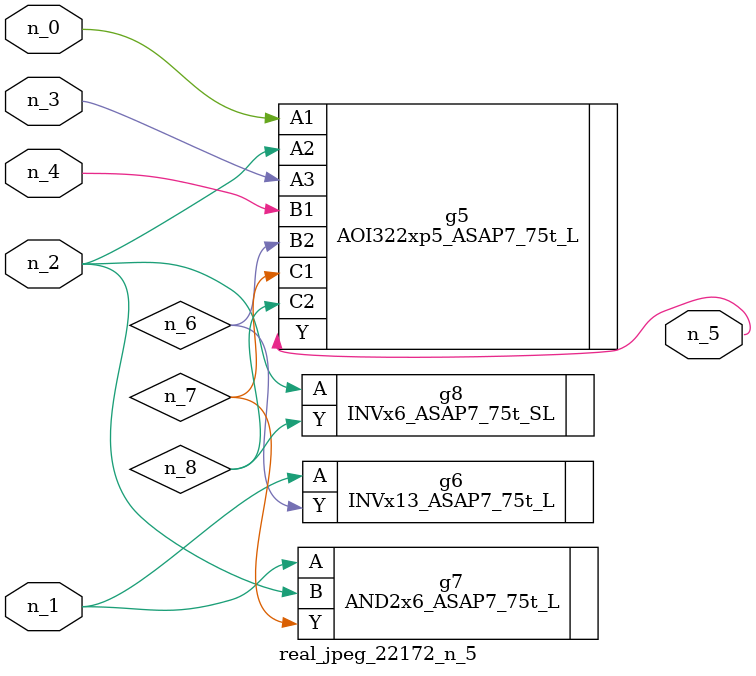
<source format=v>
module real_jpeg_22172_n_5 (n_4, n_0, n_1, n_2, n_3, n_5);

input n_4;
input n_0;
input n_1;
input n_2;
input n_3;

output n_5;

wire n_8;
wire n_6;
wire n_7;

AOI322xp5_ASAP7_75t_L g5 ( 
.A1(n_0),
.A2(n_2),
.A3(n_3),
.B1(n_4),
.B2(n_6),
.C1(n_7),
.C2(n_8),
.Y(n_5)
);

INVx13_ASAP7_75t_L g6 ( 
.A(n_1),
.Y(n_6)
);

AND2x6_ASAP7_75t_L g7 ( 
.A(n_1),
.B(n_2),
.Y(n_7)
);

INVx6_ASAP7_75t_SL g8 ( 
.A(n_2),
.Y(n_8)
);


endmodule
</source>
